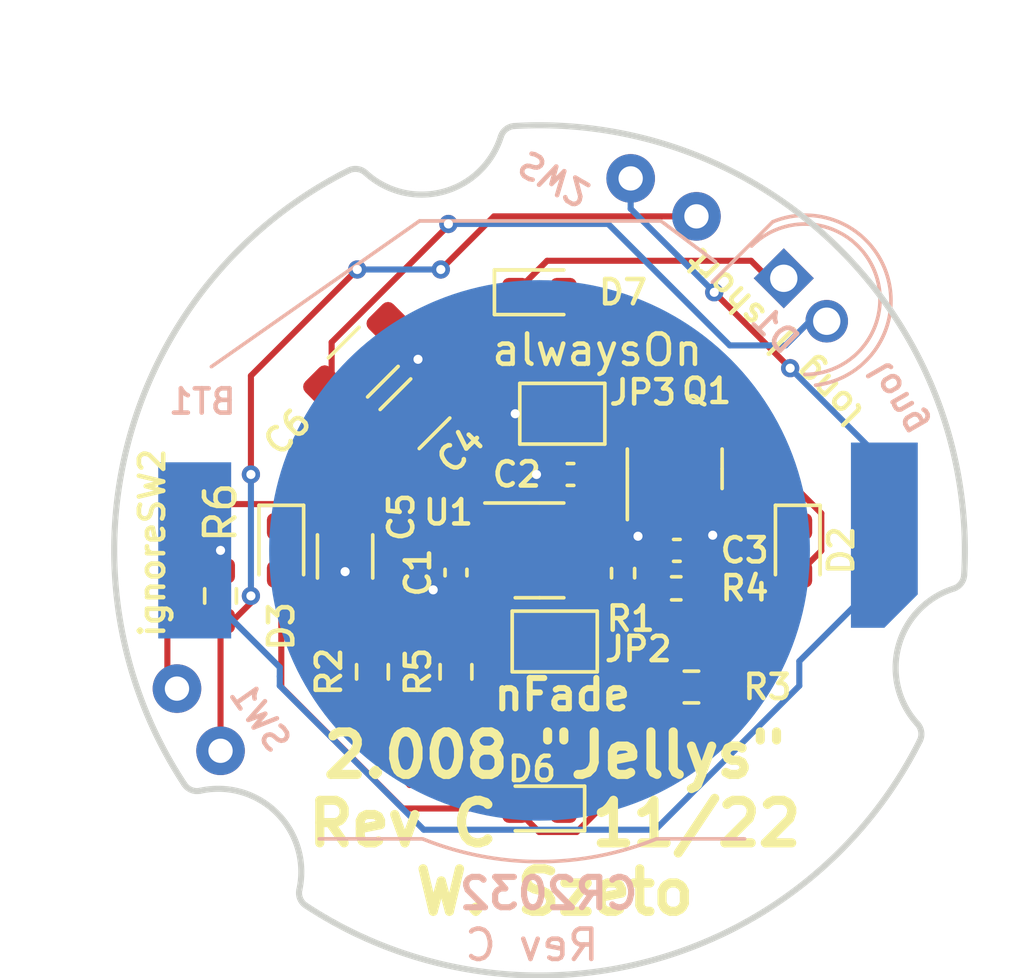
<source format=kicad_pcb>
(kicad_pcb (version 20211014) (generator pcbnew)
  (layers (0 "F.Cu" signal) (31 "B.Cu" signal) (34 "B.Paste" user) (35 "F.Paste" user) (36 "B.SilkS" user "B.Silkscreen") (37 "F.SilkS" user "F.Silkscreen") (38 "B.Mask" user) (39 "F.Mask" user) (44 "Edge.Cuts" user))
  (property "AUTHOR" "Winnie Szeto")
  (property "PROJECT_REVISION" "A01")
  (property "PROJECT_TITLE" "WS Template Project")
  (net 0 "")
  (net 1 "Net-(BT1-Pad1)")
  (net 2 "GND")
  (net 3 "Net-(C1-Pad1)")
  (net 4 "VCC")
  (net 5 "/LED-")
  (net 7 "Net-(C3-Pad1)")
  (net 8 "Net-(JP2-Pad2)")
  (net 9 "Net-(R2-Pad1)")
  (net 10 "/LED+")
  (net 11 "Net-(R6-Pad2)")
  (footprint "Resistor_SMD:R_0603_1608Metric" (layer "F.Cu") (at 180 109.5)
    (fp_text reference "R3" (at 2.5 0) (layer "F.SilkS") (effects (font (size 0.8 0.8))))
    (fp_text value "10R")
    (fp_line (start -0.237258 -0.5225) (end 0.237258 -0.5225) (layer "F.SilkS") (width 0.12))
    (fp_line (start -0.237258 0.5225) (end 0.237258 0.5225) (layer "F.SilkS") (width 0.12))
    (pad "1" smd roundrect (at -0.825 0) (size 0.8 0.95) (layers "F.Cu" "F.Paste" "F.Mask") (net 9 "Net-(R2-Pad1)"))
    (pad "2" smd roundrect (at 0.825 0) (size 0.8 0.95) (layers "F.Cu" "F.Paste" "F.Mask") (net 10 "/LED+"))
  )
  (footprint "Capacitor_SMD:C_1206_3216Metric" (layer "F.Cu") (at 168.6 105.2 -90)
    (fp_text reference "C5" (at -1.3 -1.85 90) (layer "F.SilkS") (effects (font (size 0.8 0.8))))
    (fp_text value "100uF/6.3V")
    (fp_line (start -0.711252 -0.91) (end 0.711252 -0.91) (layer "F.SilkS") (width 0.12))
    (fp_line (start -0.711252 0.91) (end 0.711252 0.91) (layer "F.SilkS") (width 0.12))
    (pad "1" smd roundrect (at -1.475 0 270) (size 1.15 1.8) (layers "F.Cu" "F.Paste" "F.Mask") (roundrect_rratio 0.2173913043) (net 4 "VCC"))
    (pad "2" smd roundrect (at 1.475 0 270) (size 1.15 1.8) (layers "F.Cu" "F.Paste" "F.Mask") (roundrect_rratio 0.2173913043) (net 2 "GND"))
  )
  (footprint "Resistor_SMD:R_0402_1005Metric" (layer "F.Cu") (at 179.5 106.25)
    (fp_text reference "R4" (at 2.25 0) (layer "F.SilkS") (effects (font (size 0.8 0.8))))
    (fp_text value "330k")
    (fp_line (start -0.153641 0.38) (end 0.153641 0.38) (layer "F.SilkS") (width 0.12))
    (fp_line (start -0.153641 -0.38) (end 0.153641 -0.38) (layer "F.SilkS") (width 0.12))
    (pad "1" smd roundrect (at -0.51 0) (size 0.54 0.64) (layers "F.Cu" "F.Paste" "F.Mask") (net 8 "Net-(JP2-Pad2)"))
    (pad "2" smd roundrect (at 0.51 0) (size 0.54 0.64) (layers "F.Cu" "F.Paste" "F.Mask") (net 7 "Net-(C3-Pad1)"))
  )
  (footprint "Jumper:SolderJumper-2_P1.3mm_Open_TrianglePad1.0x1.5mm" (layer "F.Cu") (at 175.75 100.5 180)
    (fp_text reference "JP3" (at -2.65 0.7) (layer "F.SilkS") (effects (font (size 0.8 0.8))))
    (fp_text value "alwaysOn")
    (fp_line (start -1.4 1) (end -1.4 -1) (layer "F.SilkS") (width 0.12))
    (fp_line (start 1.4 1) (end -1.4 1) (layer "F.SilkS") (width 0.12))
    (fp_line (start -1.4 -1) (end 1.4 -1) (layer "F.SilkS") (width 0.12))
    (fp_line (start 1.4 -1) (end 1.4 1) (layer "F.SilkS") (width 0.12))
    (pad "1" smd custom (at -0.725 0 180) (size 0.3 0.3) (layers "F.Cu" "F.Mask") (net 5 "/LED-") (options (clearance outline) (anchor rect)) (primitives (gr_poly (pts (xy 1 0) (xy 0.5 0.75) (xy -0.5 0.75) (xy -0.5 -0.75) (xy 0.5 -0.75)) (width 0) (fill yes))))
    (pad "2" smd custom (at 0.725 0 180) (size 0.3 0.3) (layers "F.Cu" "F.Mask") (net 2 "GND") (options (clearance outline) (anchor rect)) (primitives (gr_poly (pts (xy 0.5 0.75) (xy -0.65 0.75) (xy -0.15 0) (xy -0.65 -0.75) (xy 0.5 -0.75)) (width 0) (fill yes))))
  )
  (footprint "Capacitor_SMD:C_0402_1005Metric" (layer "F.Cu") (at 172.25 105.73 -90)
    (fp_text reference "C1" (at 0 1.25 90) (layer "F.SilkS") (effects (font (size 0.8 0.8))))
    (fp_text value "1uF")
    (fp_line (start -0.107836 -0.36) (end 0.107836 -0.36) (layer "F.SilkS") (width 0.12))
    (fp_line (start -0.107836 0.36) (end 0.107836 0.36) (layer "F.SilkS") (width 0.12))
    (pad "1" smd roundrect (at -0.48 0 270) (size 0.56 0.62) (layers "F.Cu" "F.Paste" "F.Mask") (net 3 "Net-(C1-Pad1)"))
    (pad "2" smd roundrect (at 0.48 0 270) (size 0.56 0.62) (layers "F.Cu" "F.Paste" "F.Mask") (net 2 "GND"))
  )
  (footprint "Package_TO_SOT_SMD:SOT-23" (layer "F.Cu") (at 179.45 102.3125 90)
    (fp_text reference "Q1" (at 2.5625 1.05 180) (layer "F.SilkS") (effects (font (size 0.8 0.8))))
    (fp_text value "AO3400A")
    (fp_line (start 0 -1.56) (end -1.675 -1.56) (layer "F.SilkS") (width 0.12))
    (fp_line (start 0 -1.56) (end 0.65 -1.56) (layer "F.SilkS") (width 0.12))
    (fp_line (start 0 1.56) (end -0.65 1.56) (layer "F.SilkS") (width 0.12))
    (fp_line (start 0 1.56) (end 0.65 1.56) (layer "F.SilkS") (width 0.12))
    (pad "1" smd roundrect (at -0.9375 -0.95 90) (size 1.475 0.6) (layers "F.Cu" "F.Paste" "F.Mask") (net 7 "Net-(C3-Pad1)"))
    (pad "2" smd roundrect (at -0.9375 0.95 90) (size 1.475 0.6) (layers "F.Cu" "F.Paste" "F.Mask") (net 2 "GND"))
    (pad "3" smd roundrect (at 0.9375 0 90) (size 1.475 0.6) (layers "F.Cu" "F.Paste" "F.Mask") (net 5 "/LED-"))
  )
  (footprint "Capacitor_SMD:C_1206_3216Metric" (layer "F.Cu") (at 169.2 98.8 45)
    (fp_text reference "C6" (at -3.394113 -0.141421 45) (layer "F.SilkS") (effects (font (size 0.8 0.8))))
    (fp_text value "100uF/6.3V")
    (fp_line (start -0.711252 -0.91) (end 0.711252 -0.91) (layer "F.SilkS") (width 0.12))
    (fp_line (start -0.711252 0.91) (end 0.711252 0.91) (layer "F.SilkS") (width 0.12))
    (pad "1" smd roundrect (at -1.475 0 45) (size 1.15 1.8) (layers "F.Cu" "F.Paste" "F.Mask") (roundrect_rratio 0.2173913043) (net 4 "VCC"))
    (pad "2" smd roundrect (at 1.475 0 45) (size 1.15 1.8) (layers "F.Cu" "F.Paste" "F.Mask") (roundrect_rratio 0.2173913043) (net 2 "GND"))
  )
  (footprint "Capacitor_SMD:C_0402_1005Metric" (layer "F.Cu") (at 176.02 102.5 180)
    (fp_text reference "C2" (at 1.77 0) (layer "F.SilkS") (effects (font (size 0.8 0.8))))
    (fp_text value "100nF")
    (fp_line (start -0.107836 0.36) (end 0.107836 0.36) (layer "F.SilkS") (width 0.12))
    (fp_line (start -0.107836 -0.36) (end 0.107836 -0.36) (layer "F.SilkS") (width 0.12))
    (pad "1" smd roundrect (at -0.48 0 180) (size 0.56 0.62) (layers "F.Cu" "F.Paste" "F.Mask") (net 4 "VCC"))
    (pad "2" smd roundrect (at 0.48 0 180) (size 0.56 0.62) (layers "F.Cu" "F.Paste" "F.Mask") (net 2 "GND"))
  )
  (footprint "LED_SMD:LED_0603_1608Metric" (layer "F.Cu") (at 166.5 105 -90)
    (fp_text reference "D3" (at 2.5 0 90) (layer "F.SilkS") (effects (font (size 0.8 0.8))))
    (fp_text value "NCD0603W1")
    (fp_line (start -1.485 -0.735) (end -1.485 0.735) (layer "F.SilkS") (width 0.12))
    (fp_line (start -1.485 0.735) (end 0.8 0.735) (layer "F.SilkS") (width 0.12))
    (fp_line (start 0.8 -0.735) (end -1.485 -0.735) (layer "F.SilkS") (width 0.12))
    (pad "1" smd roundrect (at -0.7875 0 270) (size 0.875 0.95) (layers "F.Cu" "F.Paste" "F.Mask") (net 5 "/LED-"))
    (pad "2" smd roundrect (at 0.7875 0 270) (size 0.875 0.95) (layers "F.Cu" "F.Paste" "F.Mask") (net 10 "/LED+"))
  )
  (footprint "Resistor_SMD:R_0603_1608Metric" (layer "F.Cu") (at 169.5 109 90)
    (fp_text reference "R2" (at 0 -1.43 90) (layer "F.SilkS") (effects (font (size 0.8 0.8))))
    (fp_text value "0R")
    (fp_line (start -0.237258 0.5225) (end 0.237258 0.5225) (layer "F.SilkS") (width 0.12))
    (fp_line (start -0.237258 -0.5225) (end 0.237258 -0.5225) (layer "F.SilkS") (width 0.12))
    (pad "1" smd roundrect (at -0.825 0 90) (size 0.8 0.95) (layers "F.Cu" "F.Paste" "F.Mask") (net 9 "Net-(R2-Pad1)"))
    (pad "2" smd roundrect (at 0.825 0 90) (size 0.8 0.95) (layers "F.Cu" "F.Paste" "F.Mask") (net 4 "VCC"))
  )
  (footprint "LED_SMD:LED_0603_1608Metric" (layer "F.Cu") (at 183.5 105 -90)
    (fp_text reference "D2" (at 0 -1.43 -270) (layer "F.SilkS") (effects (font (size 0.8 0.8))))
    (fp_text value "NCD0603W1")
    (fp_line (start -1.485 0.735) (end 0.8 0.735) (layer "F.SilkS") (width 0.12))
    (fp_line (start 0.8 -0.735) (end -1.485 -0.735) (layer "F.SilkS") (width 0.12))
    (fp_line (start -1.485 -0.735) (end -1.485 0.735) (layer "F.SilkS") (width 0.12))
    (pad "1" smd roundrect (at -0.7875 0 270) (size 0.875 0.95) (layers "F.Cu" "F.Paste" "F.Mask") (net 5 "/LED-"))
    (pad "2" smd roundrect (at 0.7875 0 270) (size 0.875 0.95) (layers "F.Cu" "F.Paste" "F.Mask") (net 10 "/LED+"))
  )
  (footprint "Capacitor_SMD:C_0402_1005Metric" (layer "F.Cu") (at 179.52 105 180)
    (fp_text reference "C3" (at -2.23 0) (layer "F.SilkS") (effects (font (size 0.8 0.8))))
    (fp_text value "4.7uF")
    (fp_line (start -0.107836 -0.36) (end 0.107836 -0.36) (layer "F.SilkS") (width 0.12))
    (fp_line (start -0.107836 0.36) (end 0.107836 0.36) (layer "F.SilkS") (width 0.12))
    (pad "1" smd roundrect (at -0.48 0 180) (size 0.56 0.62) (layers "F.Cu" "F.Paste" "F.Mask") (net 7 "Net-(C3-Pad1)"))
    (pad "2" smd roundrect (at 0.48 0 180) (size 0.56 0.62) (layers "F.Cu" "F.Paste" "F.Mask") (net 2 "GND"))
  )
  (footprint "Package_TO_SOT_SMD:SOT-23-5" (layer "F.Cu") (at 175 105)
    (fp_text reference "U1" (at -3 -1.25) (layer "F.SilkS") (effects (font (size 0.8 0.8))))
    (fp_text value "SN74LVC1G14DBVR")
    (fp_line (start 0 -1.56) (end -1.8 -1.56) (layer "F.SilkS") (width 0.12))
    (fp_line (start 0 1.56) (end -0.8 1.56) (layer "F.SilkS") (width 0.12))
    (fp_line (start 0 1.56) (end 0.8 1.56) (layer "F.SilkS") (width 0.12))
    (fp_line (start 0 -1.56) (end 0.8 -1.56) (layer "F.SilkS") (width 0.12))
    (pad "1" smd roundrect (at -1.1375 -0.95) (size 1.325 0.6) (layers "F.Cu" "F.Paste" "F.Mask"))
    (pad "2" smd roundrect (at -1.1375 0) (size 1.325 0.6) (layers "F.Cu" "F.Paste" "F.Mask") (net 3 "Net-(C1-Pad1)"))
    (pad "3" smd roundrect (at -1.1375 0.95) (size 1.325 0.6) (layers "F.Cu" "F.Paste" "F.Mask") (net 2 "GND"))
    (pad "4" smd roundrect (at 1.1375 0.95) (size 1.325 0.6) (layers "F.Cu" "F.Paste" "F.Mask") (net 8 "Net-(JP2-Pad2)"))
    (pad "5" smd roundrect (at 1.1375 -0.95) (size 1.325 0.6) (layers "F.Cu" "F.Paste" "F.Mask") (net 4 "VCC"))
  )
  (footprint "LED_SMD:LED_0603_1608Metric" (layer "F.Cu") (at 175 96.5)
    (fp_text reference "D7" (at 2.75 0) (layer "F.SilkS") (effects (font (size 0.8 0.8))))
    (fp_text value "NCD0603W1")
    (fp_line (start 0.8 -0.735) (end -1.485 -0.735) (layer "F.SilkS") (width 0.12))
    (fp_line (start -1.485 0.735) (end 0.8 0.735) (layer "F.SilkS") (width 0.12))
    (fp_line (start -1.485 -0.735) (end -1.485 0.735) (layer "F.SilkS") (width 0.12))
    (pad "1" smd roundrect (at -0.7875 0) (size 0.875 0.95) (layers "F.Cu" "F.Paste" "F.Mask") (net 5 "/LED-"))
    (pad "2" smd roundrect (at 0.7875 0) (size 0.875 0.95) (layers "F.Cu" "F.Paste" "F.Mask") (net 10 "/LED+"))
  )
  (footprint "Resistor_SMD:R_0603_1608Metric" (layer "F.Cu") (at 164.5 106.5 -90)
    (fp_text reference "R6" (at -2.75 0 90) (layer "F.SilkS"))
    (fp_text value "0R")
    (fp_line (start -0.237258 0.5225) (end 0.237258 0.5225) (layer "F.SilkS") (width 0.12))
    (fp_line (start -0.237258 -0.5225) (end 0.237258 -0.5225) (layer "F.SilkS") (width 0.12))
    (pad "1" smd roundrect (at -0.825 0 270) (size 0.8 0.95) (layers "F.Cu" "F.Paste" "F.Mask") (net 1 "Net-(BT1-Pad1)"))
    (pad "2" smd roundrect (at 0.825 0 270) (size 0.8 0.95) (layers "F.Cu" "F.Paste" "F.Mask") (net 11 "Net-(R6-Pad2)"))
  )
  (footprint "Resistor_SMD:R_0603_1608Metric" (layer "F.Cu") (at 172.25 109 -90)
    (fp_text reference "R5" (at 0 1.25 -90) (layer "F.SilkS") (effects (font (size 0.8 0.8))))
    (fp_text value "10R")
    (fp_line (start -0.237258 0.5225) (end 0.237258 0.5225) (layer "F.SilkS") (width 0.12))
    (fp_line (start -0.237258 -0.5225) (end 0.237258 -0.5225) (layer "F.SilkS") (width 0.12))
    (pad "1" smd roundrect (at -0.825 0 270) (size 0.8 0.95) (layers "F.Cu" "F.Paste" "F.Mask") (net 4 "VCC"))
    (pad "2" smd roundrect (at 0.825 0 270) (size 0.8 0.95) (layers "F.Cu" "F.Paste" "F.Mask") (net 9 "Net-(R2-Pad1)"))
  )
  (footprint "Resistor_SMD:R_0402_1005Metric" (layer "F.Cu") (at 177.75 105.75 -90)
    (fp_text reference "R1" (at 1.5 -0.25 180) (layer "F.SilkS") (effects (font (size 0.8 0.8))))
    (fp_text value "1M")
    (fp_line (start -0.153641 -0.38) (end 0.153641 -0.38) (layer "F.SilkS") (width 0.12))
    (fp_line (start -0.153641 0.38) (end 0.153641 0.38) (layer "F.SilkS") (width 0.12))
    (pad "1" smd roundrect (at -0.51 0 270) (size 0.54 0.64) (layers "F.Cu" "F.Paste" "F.Mask") (net 3 "Net-(C1-Pad1)"))
    (pad "2" smd roundrect (at 0.51 0 270) (size 0.54 0.64) (layers "F.Cu" "F.Paste" "F.Mask") (net 8 "Net-(JP2-Pad2)"))
  )
  (footprint "Jumper:SolderJumper-2_P1.3mm_Open_TrianglePad1.0x1.5mm" (layer "F.Cu") (at 175.5 108 180)
    (fp_text reference "JP2" (at -2.75 -0.25) (layer "F.SilkS") (effects (font (size 0.8 0.8))))
    (fp_text value "nFade")
    (fp_line (start 1.4 1) (end -1.4 1) (layer "F.SilkS") (width 0.12))
    (fp_line (start 1.4 -1) (end 1.4 1) (layer "F.SilkS") (width 0.12))
    (fp_line (start -1.4 1) (end -1.4 -1) (layer "F.SilkS") (width 0.12))
    (fp_line (start -1.4 -1) (end 1.4 -1) (layer "F.SilkS") (width 0.12))
    (pad "1" smd custom (at -0.725 0 180) (size 0.3 0.3) (layers "F.Cu" "F.Mask") (net 7 "Net-(C3-Pad1)") (options (clearance outline) (anchor rect)) (primitives (gr_poly (pts (xy 1 0) (xy 0.5 0.75) (xy -0.5 0.75) (xy -0.5 -0.75) (xy 0.5 -0.75)) (width 0) (fill yes))))
    (pad "2" smd custom (at 0.725 0 180) (size 0.3 0.3) (layers "F.Cu" "F.Mask") (net 8 "Net-(JP2-Pad2)") (options (clearance outline) (anchor rect)) (primitives (gr_poly (pts (xy 0.5 0.75) (xy -0.65 0.75) (xy -0.15 0) (xy -0.65 -0.75) (xy 0.5 -0.75)) (width 0) (fill yes))))
  )
  (footprint "Capacitor_SMD:C_1206_3216Metric" (layer "F.Cu") (at 170.9 100.5 45)
    (fp_text reference "C4" (at 0.212132 1.909188 225) (layer "F.SilkS") (effects (font (size 0.8 0.8))))
    (fp_text value "100uF/6.3V")
    (fp_line (start -0.711252 0.91) (end 0.711252 0.91) (layer "F.SilkS") (width 0.12))
    (fp_line (start -0.711252 -0.91) (end 0.711252 -0.91) (layer "F.SilkS") (width 0.12))
    (pad "1" smd roundrect (at -1.475 0 45) (size 1.15 1.8) (layers "F.Cu" "F.Paste" "F.Mask") (roundrect_rratio 0.2173913043) (net 4 "VCC"))
    (pad "2" smd roundrect (at 1.475 0 45) (size 1.15 1.8) (layers "F.Cu" "F.Paste" "F.Mask") (roundrect_rratio 0.2173913043) (net 2 "GND"))
  )
  (footprint "LED_SMD:LED_0603_1608Metric" (layer "F.Cu") (at 175 113.5 180)
    (fp_text reference "D6" (at 0.25 1.3) (layer "F.SilkS") (effects (font (size 0.8 0.8))))
    (fp_text value "NCD0603W1")
    (fp_line (start -1.485 -0.735) (end -1.485 0.735) (layer "F.SilkS") (width 0.12))
    (fp_line (start 0.8 -0.735) (end -1.485 -0.735) (layer "F.SilkS") (width 0.12))
    (fp_line (start -1.485 0.735) (end 0.8 0.735) (layer "F.SilkS") (width 0.12))
    (pad "1" smd roundrect (at -0.7875 0 180) (size 0.875 0.95) (layers "F.Cu" "F.Paste" "F.Mask") (net 5 "/LED-"))
    (pad "2" smd roundrect (at 0.7875 0 180) (size 0.875 0.95) (layers "F.Cu" "F.Paste" "F.Mask") (net 10 "/LED+"))
  )
  (footprint "Capacitor_THT:C_Radial_D6.3mm_H5.0mm_P2.50mm" (layer "B.Cu") (at 164.5 111.6 125)
    (fp_text reference "SW1" (at 0.155418 1.695832 305 unlocked) (layer "B.SilkS") (effects (font (size 0.8 0.8)) (justify mirror)))
    (fp_text value "tilt switch")
    (pad "1" thru_hole circle (at 0 0 125) (size 1.6 1.6) (drill 0.8) (layers *.Cu *.Mask) (net 11 "Net-(R6-Pad2)"))
    (pad "2" thru_hole circle (at 2.5 0 125) (size 1.6 1.6) (drill 0.8) (layers *.Cu *.Mask) (net 4 "VCC"))
  )
  (footprint "WS_LCSC_Mechanical:tilt_switch" (layer "B.Cu") (at 178 92.75 -30)
    (fp_text reference "SW2" (at -2.165064 1.25 150 unlocked) (layer "B.SilkS") (effects (font (size 0.8 0.8)) (justify mirror)))
    (fp_text value "tilt switch")
    (pad "1" thru_hole circle (at 0 0 330) (size 1.6 1.6) (drill 0.8) (layers *.Cu *.Mask) (net 1 "Net-(BT1-Pad1)"))
    (pad "2" thru_hole circle (at 2.5 0 330) (size 1.6 1.6) (drill 0.8) (layers *.Cu *.Mask) (net 11 "Net-(R6-Pad2)"))
  )
  (footprint "Battery:BatteryHolder_Keystone_3002_1x2032" (layer "B.Cu") (at 175 105)
    (fp_text reference "BT1" (at -11.1 -4.9 180) (layer "B.SilkS") (effects (font (size 0.8 0.8)) (justify mirror)))
    (fp_text value "Battery_Cell")
    (fp_line (start 6.75 9.5) (end 3.85 9.5) (layer "B.SilkS") (width 0.12))
    (fp_line (start -3.95 -10.85) (end 3.95 -10.85) (layer "B.SilkS") (width 0.12))
    (fp_line (start -10.8 -6.05) (end -3.95 -10.85) (layer "B.SilkS") (width 0.12))
    (fp_line (start -7.25 9.5) (end -3.85 9.5) (layer "B.SilkS") (width 0.12))
    (fp_line (start 3.99344 -10.850142) (end 5.79344 -9.500142) (layer "B.SilkS") (width 0.12))
    (fp_arc (start 3.85 9.5) (mid 0.00195 10.250487) (end -3.846385 9.501464) (layer "B.SilkS") (width 0.12))
    (pad "1" smd roundrect (at 11.35 -0.5) (size 2.2 6.1) (layers "B.Cu" "B.Paste" "B.Mask") (roundrect_rratio 0) (chamfer_ratio 0.5) (chamfer bottom_right) (net 1 "Net-(BT1-Pad1)"))
    (pad "1" smd rect (at -11.35 0) (size 2.4 5.8) (layers "B.Cu" "B.Paste" "B.Mask") (net 1 "Net-(BT1-Pad1)"))
    (pad "2" smd circle (at 0 0) (size 17.8 17.8) (layers "B.Cu" "B.Mask") (net 2 "GND"))
  )
  (footprint "LED_THT:LED_D5.0mm_FlatTop" (layer "B.Cu") (at 182.848439 95.848439 -45)
    (fp_text reference "D1" (at 1.275 1.414214 135) (layer "B.SilkS") (effects (font (size 0.8 0.8)) (justify mirror)))
    (fp_text value "3mm THT LED")
    (fp_line (start -1.30193 1.75) (end -1.30193 -1.058127) (layer "B.SilkS") (width 0.12))
    (fp_arc (start -1.23 0) (mid 2.193922 -2.288853) (end 3 1.75) (layer "B.SilkS") (width 0.12))
    (fp_arc (start -1.30193 -1.058127) (mid 2.713312 -2.414496) (end 3.5 1.75) (layer "B.SilkS") (width 0.12))
    (pad "1" thru_hole rect (at 0.27 0 315) (size 1.4 1.4) (drill 0.9) (layers *.Cu *.Mask) (net 5 "/LED-"))
    (pad "2" thru_hole circle (at 2.269999 0 315) (size 1.4 1.4) (drill 0.9) (layers *.Cu *.Mask) (net 4 "VCC"))
  )
  (gr_arc (start 187.516068 111.272803) (mid 178.62997 118.521217) (end 167.308417 116.697842) (layer "Edge.Cuts") (width 0.2))
  (gr_arc (start 163.835037 112.915933) (mid 163.539168 112.891075) (end 163.30956 112.702829) (layer "Edge.Cuts") (width 0.2))
  (gr_arc (start 163.30956 112.702829) (mid 161.475299 101.383035) (end 168.715164 92.48997) (layer "Edge.Cuts") (width 0.2))
  (gr_arc (start 187.437883 110.711175) (mid 186.813517 108.159334) (end 188.628328 106.259812) (layer "Edge.Cuts") (width 0.2))
  (gr_arc (start 173.727083 91.372889) (mid 173.896545 91.129088) (end 174.174375 91.024365) (layer "Edge.Cuts") (width 0.2))
  (gr_arc (start 168.715164 92.48997) (mid 169.008087 92.441466) (end 169.276867 92.567615) (layer "Edge.Cuts") (width 0.2))
  (gr_arc (start 188.976422 105.812185) (mid 188.871966 106.090115) (end 188.628328 106.259812) (layer "Edge.Cuts") (width 0.2))
  (gr_arc (start 173.727083 91.372889) (mid 171.829307 93.189526) (end 169.276867 92.567615) (layer "Edge.Cuts") (width 0.2))
  (gr_arc (start 174.174375 91.024365) (mid 184.894735 95.095745) (end 188.976422 105.812185) (layer "Edge.Cuts") (width 0.2))
  (gr_arc (start 187.437883 110.711175) (mid 187.56429 110.979834) (end 187.516068 111.272803) (layer "Edge.Cuts") (width 0.2))
  (gr_arc (start 167.308417 116.697842) (mid 167.11995 116.468415) (end 167.094807 116.17257) (layer "Edge.Cuts") (width 0.2))
  (gr_arc (start 163.835037 112.915933) (mid 166.357178 113.651137) (end 167.094807 116.17257) (layer "Edge.Cuts") (width 0.2))
  (gr_text "Rev C" (at 174.75 118) (layer "B.SilkS") (effects (font (size 1 1)) (justify mirror)))
  (gr_text "CR2032" (at 175.3 116.3) (layer "B.SilkS") (effects (font (size 1 1) (thickness 0.2)) (justify mirror)))
  (gr_text "long" (at 186.75 100 120) (layer "B.SilkS") (effects (font (size 0.8 0.8)) (justify mirror)))
  (gr_text "2.008 {dblquote}Jellys{dblquote}\nRev C   11/22\nW. Szeto" (at 175.5 114) (layer "F.SilkS") (effects (font (size 1.4 1.4) (thickness 0.3))))
  (gr_text "nFade" (at 175.75 109.75) (layer "F.SilkS") (effects (font (size 1 1) (thickness 0.2))))
  (gr_text "alwaysOn\n" (at 176.9 98.4) (layer "F.SilkS") (effects (font (size 1 1))))
  (gr_text "long | short\n" (at 182.75 98 135) (layer "F.SilkS") (effects (font (size 0.8 0.8))))
  (gr_text "ignoreSW2" (at 162.25 104.75 90) (layer "F.SilkS") (effects (font (size 0.8 0.8))))
  (segment (start 183.25 99) (end 180.75 96.5) (width 0.2) (layer "F.Cu") (net 1))
  (segment (start 164.5 105) (end 164.5 105.675) (width 0.2) (layer "F.Cu") (net 1))
  (via (at 164.5 105) (size 0.6) (drill 0.3) (layers "F.Cu" "B.Cu") (net 1))
  (via (at 180.75 96.5) (size 0.6) (drill 0.3) (layers "F.Cu" "B.Cu") (net 1))
  (via (at 183.25 99) (size 0.6) (drill 0.3) (layers "F.Cu" "B.Cu") (net 1))
  (segment (start 178.810563 114.199511) (end 183.550479 109.459595) (width 0.2) (layer "B.Cu") (net 1))
  (segment (start 163.65 105) (end 163.65 106.05) (width 0.2) (layer "B.Cu") (net 1))
  (segment (start 186.35 105.85) (end 186.35 105) (width 0.2) (layer "B.Cu") (net 1))
  (segment (start 171.189437 114.199511) (end 178.810563 114.199511) (width 0.2) (layer "B.Cu") (net 1))
  (segment (start 163.65 106.05) (end 166.449521 108.849521) (width 0.2) (layer "B.Cu") (net 1))
  (segment (start 183.550479 109.459595) (end 183.550479 108.649521) (width 0.2) (layer "B.Cu") (net 1))
  (segment (start 180.75 96.5) (end 178 93.75) (width 0.2) (layer "B.Cu") (net 1))
  (segment (start 183.550479 108.649521) (end 186.35 105.85) (width 0.2) (layer "B.Cu") (net 1))
  (segment (start 178 93.75) (end 178 92.75) (width 0.2) (layer "B.Cu") (net 1))
  (segment (start 166.449521 108.849521) (end 166.449521 109.150479) (width 0.2) (layer "B.Cu") (net 1))
  (segment (start 166.449521 109.150479) (end 166.449521 109.459595) (width 0.2) (layer "B.Cu") (net 1))
  (segment (start 166.449521 109.459595) (end 171.189437 114.199511) (width 0.2) (layer "B.Cu") (net 1))
  (segment (start 186.35 102.1) (end 183.25 99) (width 0.2) (layer "B.Cu") (net 1))
  (segment (start 186.35 104.5) (end 186.35 102.1) (width 0.2) (layer "B.Cu") (net 1))
  (segment (start 173.8625 105.95) (end 172.51 105.95) (width 0.2) (layer "F.Cu") (net 2))
  (segment (start 170.042983 97.857017) (end 170.892983 98.707017) (width 0.2) (layer "F.Cu") (net 2))
  (segment (start 170.892983 98.707017) (end 171 98.707017) (width 0.2) (layer "F.Cu") (net 2))
  (segment (start 171.742983 99.557017) (end 171 98.814034) (width 0.2) (layer "F.Cu") (net 2))
  (segment (start 178.707863 105) (end 178.241388 104.533525) (width 0.2) (layer "F.Cu") (net 2))
  (segment (start 171.59 106.21) (end 171.5 106.3) (width 0.2) (layer "F.Cu") (net 2))
  (segment (start 172.25 106.21) (end 171.59 106.21) (width 0.2) (layer "F.Cu") (net 2))
  (segment (start 175.025 100.5) (end 174.2 100.5) (width 0.2) (layer "F.Cu") (net 2))
  (segment (start 180.4 103.25) (end 180.4 104.2) (width 0.2) (layer "F.Cu") (net 2))
  (segment (start 171 98.814034) (end 171 98.707017) (width 0.2) (layer "F.Cu") (net 2))
  (segment (start 172.51 105.95) (end 172.25 106.21) (width 0.2) (layer "F.Cu") (net 2))
  (segment (start 180.4 104.2) (end 180.7 104.5) (width 0.2) (layer "F.Cu") (net 2))
  (segment (start 168.6 106.675) (end 168.6 105.7) (width 0.2) (layer "F.Cu") (net 2))
  (segment (start 175.54 102.5) (end 174.9 102.5) (width 0.2) (layer "F.Cu") (net 2))
  (segment (start 179.04 105) (end 178.707863 105) (width 0.2) (layer "F.Cu") (net 2))
  (via (at 171.5 106.3) (size 0.6) (drill 0.3) (layers "F.Cu" "B.Cu") (net 2))
  (via (at 168.6 105.7) (size 0.6) (drill 0.3) (layers "F.Cu" "B.Cu") (net 2))
  (via (at 174.9 102.5) (size 0.6) (drill 0.3) (layers "F.Cu" "B.Cu") (net 2))
  (via (at 180.7 104.5) (size 0.6) (drill 0.3) (layers "F.Cu" "B.Cu") (net 2))
  (via (at 174.2 100.5) (size 0.6) (drill 0.3) (layers "F.Cu" "B.Cu") (net 2))
  (via (at 178.241388 104.533525) (size 0.6) (drill 0.3) (layers "F.Cu" "B.Cu") (net 2))
  (via (at 171 98.707017) (size 0.6) (drill 0.3) (layers "F.Cu" "B.Cu") (net 2))
  (segment (start 173.8625 105) (end 172.5 105) (width 0.2) (layer "F.Cu") (net 3))
  (segment (start 177.75 105.24) (end 174.1025 105.24) (width 0.2) (layer "F.Cu") (net 3))
  (segment (start 174.1025 105.24) (end 173.8625 105) (width 0.2) (layer "F.Cu") (net 3))
  (segment (start 172.5 105) (end 172.25 105.25) (width 0.2) (layer "F.Cu") (net 3))
  (segment (start 171.45048 103.45048) (end 175.53798 103.45048) (width 0.2) (layer "F.Cu") (net 4))
  (segment (start 169.79952 104.92452) (end 168.6 103.725) (width 0.2) (layer "F.Cu") (net 4))
  (segment (start 175.53798 103.45048) (end 176.1375 104.05) (width 0.2) (layer "F.Cu") (net 4))
  (segment (start 168.6 102.7) (end 169.657017 101.642983) (width 0.2) (layer "F.Cu") (net 4))
  (segment (start 162.75 105) (end 164.27452 103.47548) (width 0.2) (layer "F.Cu") (net 4))
  (segment (start 169.857017 101.857017) (end 171.45048 103.45048) (width 0.2) (layer "F.Cu") (net 4))
  (segment (start 169.79952 107.87548) (end 169.79952 105.72452) (width 0.2) (layer "F.Cu") (net 4))
  (segment (start 168.157017 99.842983) (end 169.857017 101.542983) (width 0.2) (layer "F.Cu") (net 4))
  (segment (start 168.157017 98.146606) (end 172.003623 94.3) (width 0.2) (layer "F.Cu") (net 4))
  (segment (start 162.75 109.036061) (end 162.75 105) (width 0.2) (layer "F.Cu") (net 4))
  (segment (start 163.266059 109.55212) (end 162.75 109.036061) (width 0.2) (layer "F.Cu") (net 4))
  (segment (start 169.5 108.175) (end 169.79952 107.87548) (width 0.2) (layer "F.Cu") (net 4))
  (segment (start 169.79952 105.72452) (end 172.25 108.175) (width 0.2) (layer "F.Cu") (net 4))
  (segment (start 169.79952 104.92452) (end 169.79952 105.72452) (width 0.2) (layer "F.Cu") (net 4))
  (segment (start 166.970924 103.47548) (end 167.220444 103.725) (width 0.2) (layer "F.Cu") (net 4))
  (segment (start 168.6 103.725) (end 168.6 102.7) (width 0.2) (layer "F.Cu") (net 4))
  (segment (start 176.5 103.6875) (end 176.1375 104.05) (width 0.2) (layer "F.Cu") (net 4))
  (segment (start 164.27452 103.47548) (end 166.970924 103.47548) (width 0.2) (layer "F.Cu") (net 4))
  (segment (start 169.857017 101.542983) (end 169.857017 101.857017) (width 0.2) (layer "F.Cu") (net 4))
  (segment (start 167.220444 103.725) (end 168.6 103.725) (width 0.2) (layer "F.Cu") (net 4))
  (segment (start 168.157017 99.842983) (end 168.157017 98.146606) (width 0.2) (layer "F.Cu") (net 4))
  (segment (start 176.5 102.5) (end 176.5 103.6875) (width 0.2) (layer "F.Cu") (net 4))
  (via (at 172 94.25) (size 0.6) (drill 0.3) (layers "F.Cu" "B.Cu") (net 4))
  (segment (start 183.89449 97.453571) (end 183.098061 98.25) (width 0.2) (layer "B.Cu") (net 4))
  (segment (start 177.260074 94.25) (end 172 94.25) (width 0.2) (layer "B.Cu") (net 4))
  (segment (start 183.098061 98.25) (end 181.260074 98.25) (width 0.2) (layer "B.Cu") (net 4))
  (segment (start 181.260074 98.25) (end 177.260074 94.25) (width 0.2) (layer "B.Cu") (net 4))
  (segment (start 166.5 104.2125) (end 167.40048 105.11298) (width 0.2) (layer "F.Cu") (net 5))
  (segment (start 174.2125 96.5) (end 175.250457 95.462043) (width 0.2) (layer "F.Cu") (net 5))
  (segment (start 180.12548 109.730947) (end 180.12548 107.58702) (width 0.2) (layer "F.Cu") (net 5))
  (segment (start 180.6625 101.375) (end 183.5 104.2125) (width 0.2) (layer "F.Cu") (net 5))
  (segment (start 175.250457 95.462043) (end 181.962043 95.462043) (width 0.2) (layer "F.Cu") (net 5))
  (segment (start 180.12548 107.58702) (end 183.5 104.2125) (width 0.2) (layer "F.Cu") (net 5))
  (segment (start 181.962043 95.462043) (end 182.789358 96.289358) (width 0.2) (layer "F.Cu") (net 5))
  (segment (start 179.45 101.375) (end 177.35 101.375) (width 0.2) (layer "F.Cu") (net 5))
  (segment (start 167.40048 105.11298) (end 167.40048 109.40048) (width 0.2) (layer "F.Cu") (net 5))
  (segment (start 177.35 101.375) (end 176.475 100.5) (width 0.2) (layer "F.Cu") (net 5))
  (segment (start 170.72548 112.72548) (end 175.01298 112.72548) (width 0.2) (layer "F.Cu") (net 5))
  (segment (start 176.356427 113.5) (end 180.12548 109.730947) (width 0.2) (layer "F.Cu") (net 5))
  (segment (start 167.40048 109.40048) (end 170.72548 112.72548) (width 0.2) (layer "F.Cu") (net 5))
  (segment (start 179.45 101.375) (end 180.6625 101.375) (width 0.2) (layer "F.Cu") (net 5))
  (segment (start 174.2125 96.5) (end 176.475 98.7625) (width 0.2) (layer "F.Cu") (net 5))
  (segment (start 176.475 98.7625) (end 176.475 100.5) (width 0.2) (layer "F.Cu") (net 5))
  (segment (start 175.01298 112.72548) (end 175.7875 113.5) (width 0.2) (layer "F.Cu") (net 5))
  (segment (start 175.7875 113.5) (end 176.356427 113.5) (width 0.2) (layer "F.Cu") (net 5))
  (segment (start 176.225 108) (end 178.26 108) (width 0.2) (layer "F.Cu") (net 7))
  (segment (start 178.5 103.5) (end 178.5 103.25) (width 0.2) (layer "F.Cu") (net 7))
  (segment (start 180 105) (end 178.5 103.5) (width 0.2) (layer "F.Cu") (net 7))
  (segment (start 180.01 106.25) (end 180.01 105.01) (width 0.2) (layer "F.Cu") (net 7))
  (segment (start 178.26 108) (end 180.01 106.25) (width 0.2) (layer "F.Cu") (net 7))
  (segment (start 180.01 105.01) (end 180 105) (width 0.2) (layer "F.Cu") (net 7))
  (segment (start 177.76 106.25) (end 177.75 106.26) (width 0.2) (layer "F.Cu") (net 8))
  (segment (start 177.44 105.95) (end 177.75 106.26) (width 0.2) (layer "F.Cu") (net 8))
  (segment (start 174.775 107.3125) (end 176.1375 105.95) (width 0.2) (layer "F.Cu") (net 8))
  (segment (start 178.99 106.25) (end 177.76 106.25) (width 0.2) (layer "F.Cu") (net 8))
  (segment (start 176.1375 105.95) (end 177.44 105.95) (width 0.2) (layer "F.Cu") (net 8))
  (segment (start 174.775 108.5) (end 174.775 107.3125) (width 0.2) (layer "F.Cu") (net 8))
  (segment (start 172.25 109.825) (end 178.85 109.825) (width 0.2) (layer "F.Cu") (net 9))
  (segment (start 169.5 109.825) (end 172.25 109.825) (width 0.2) (layer "F.Cu") (net 9))
  (segment (start 178.85 109.825) (end 179.175 109.5) (width 0.2) (layer "F.Cu") (net 9))
  (segment (start 184.27452 103.779076) (end 176.995444 96.5) (width 0.2) (layer "F.Cu") (net 10))
  (segment (start 176.220924 114.27452) (end 180.524999 109.970445) (width 0.2) (layer "F.Cu") (net 10))
  (segment (start 184.27452 105.01298) (end 184.27452 103.779076) (width 0.2) (layer "F.Cu") (net 10))
  (segment (start 180.524999 109.800001) (end 183.5 106.825) (width 0.2) (layer "F.Cu") (net 10))
  (segment (start 176.995444 96.5) (end 175.7875 96.5) (width 0.2) (layer "F.Cu") (net 10))
  (segment (start 180.524999 109.970445) (end 180.524999 109.800001) (width 0.2) (layer "F.Cu") (net 10))
  (segment (start 174.98702 114.27452) (end 176.220924 114.27452) (width 0.2) (layer "F.Cu") (net 10))
  (segment (start 174.2125 113.5) (end 170.5 113.5) (width 0.2) (layer "F.Cu") (net 10))
  (segment (start 183.5 105.7875) (end 184.27452 105.01298) (width 0.2) (layer "F.Cu") (net 10))
  (segment (start 183.5 106.825) (end 183.5 105.7875) (width 0.2) (layer "F.Cu") (net 10))
  (segment (start 174.2125 113.5) (end 174.98702 114.27452) (width 0.2) (layer "F.Cu") (net 10))
  (segment (start 170.5 113.5) (end 166.5 109.5) (width 0.2) (layer "F.Cu") (net 10))
  (segment (start 166.5 109.5) (end 166.5 105.7875) (width 0.2) (layer "F.Cu") (net 10))
  (segment (start 180.165064 94) (end 173.5 94) (width 0.2) (layer "F.Cu") (net 11))
  (segment (start 173.5 94) (end 171.75 95.75) (width 0.2) (layer "F.Cu") (net 11))
  (segment (start 165.5 106.724292) (end 164.899772 107.32452) (width 0.2) (layer "F.Cu") (net 11))
  (segment (start 169 95.75) (end 165.5 99.25) (width 0.2) (layer "F.Cu") (net 11))
  (segment (start 164.899772 107.32452) (end 164.5 107.32452) (width 0.2) (layer "F.Cu") (net 11))
  (segment (start 165.5 106.5) (end 165.5 106.724292) (width 0.2) (layer "F.Cu") (net 11))
  (segment (start 164.5 107.32452) (end 164.5 111.6) (width 0.2) (layer "F.Cu") (net 11))
  (segment (start 165.5 99.25) (end 165.5 102.5) (width 0.2) (layer "F.Cu") (net 11))
  (via (at 169 95.75) (size 0.6) (drill 0.3) (layers "F.Cu" "B.Cu") (net 11))
  (via (at 165.5 102.5) (size 0.6) (drill 0.3) (layers "F.Cu" "B.Cu") (net 11))
  (via (at 165.5 106.5) (size 0.6) (drill 0.3) (layers "F.Cu" "B.Cu") (net 11))
  (via (at 171.75 95.75) (size 0.6) (drill 0.3) (layers "F.Cu" "B.Cu") (net 11))
  (segment (start 171.75 95.75) (end 169 95.75) (width 0.2) (layer "B.Cu") (net 11))
  (segment (start 165.5 102.5) (end 165.5 106.5) (width 0.2) (layer "B.Cu") (net 11))
)
</source>
